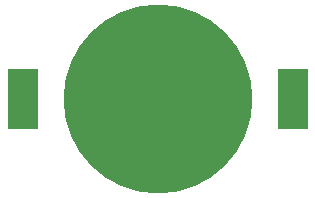
<source format=gbp>
%FSLAX25Y25*%
%MOIN*%
G70*
G01*
G75*
G04 Layer_Color=128*
%ADD10R,0.05906X0.05512*%
%ADD11O,0.02756X0.09055*%
%ADD12R,0.05709X0.02362*%
%ADD13R,0.04331X0.05512*%
%ADD14R,0.03937X0.05118*%
%ADD15R,0.05512X0.04331*%
%ADD16O,0.02362X0.09055*%
%ADD17R,0.05906X0.11024*%
%ADD18R,0.11024X0.05906*%
%ADD19R,0.05118X0.03937*%
%ADD20R,0.05512X0.05906*%
%ADD21R,0.05906X0.05906*%
%ADD22O,0.08661X0.02362*%
%ADD23R,0.06102X0.13583*%
%ADD24R,0.06102X0.04331*%
%ADD25R,0.06102X0.04331*%
%ADD26C,0.01200*%
%ADD27C,0.04724*%
%ADD28O,0.07087X0.10630*%
%ADD29O,0.10630X0.07087*%
%ADD30C,0.05906*%
%ADD31R,0.05906X0.05906*%
%ADD32C,0.07874*%
%ADD33R,0.07874X0.07874*%
%ADD34C,0.05512*%
%ADD35P,0.05966X8X202.5*%
%ADD36C,0.04724*%
%ADD37C,0.11810*%
%ADD38R,0.07874X0.07874*%
%ADD39C,0.05000*%
%ADD40C,0.63000*%
%ADD41R,0.10000X0.20000*%
%ADD42C,0.02362*%
%ADD43C,0.00984*%
%ADD44C,0.00787*%
%ADD45C,0.01000*%
%ADD46C,0.00787*%
%ADD47C,0.00800*%
%ADD48R,0.11024X0.03150*%
%ADD49R,0.03150X0.11024*%
%ADD50R,0.06706X0.06312*%
%ADD51O,0.03556X0.09855*%
%ADD52R,0.06509X0.03162*%
%ADD53R,0.05131X0.06312*%
%ADD54R,0.04737X0.05918*%
%ADD55R,0.06312X0.05131*%
%ADD56O,0.03162X0.09855*%
%ADD57R,0.06706X0.11824*%
%ADD58R,0.11824X0.06706*%
%ADD59R,0.05918X0.04737*%
%ADD60R,0.06312X0.06706*%
%ADD61R,0.06706X0.06706*%
%ADD62O,0.09461X0.03162*%
%ADD63R,0.06902X0.14383*%
%ADD64R,0.06902X0.05131*%
%ADD65R,0.06902X0.05131*%
%ADD66C,0.05524*%
%ADD67O,0.07887X0.11430*%
%ADD68O,0.11430X0.07887*%
%ADD69C,0.06706*%
%ADD70R,0.06706X0.06706*%
%ADD71C,0.08674*%
%ADD72R,0.08674X0.08674*%
%ADD73C,0.06312*%
%ADD74P,0.06832X8X202.5*%
%ADD75C,0.05524*%
%ADD76C,0.12610*%
%ADD77R,0.08674X0.08674*%
%ADD78C,0.05800*%
%ADD79C,0.63800*%
%ADD80R,0.10800X0.20800*%
D40*
X288000Y402000D02*
D03*
D41*
X333000D02*
D03*
X243000D02*
D03*
M02*

</source>
